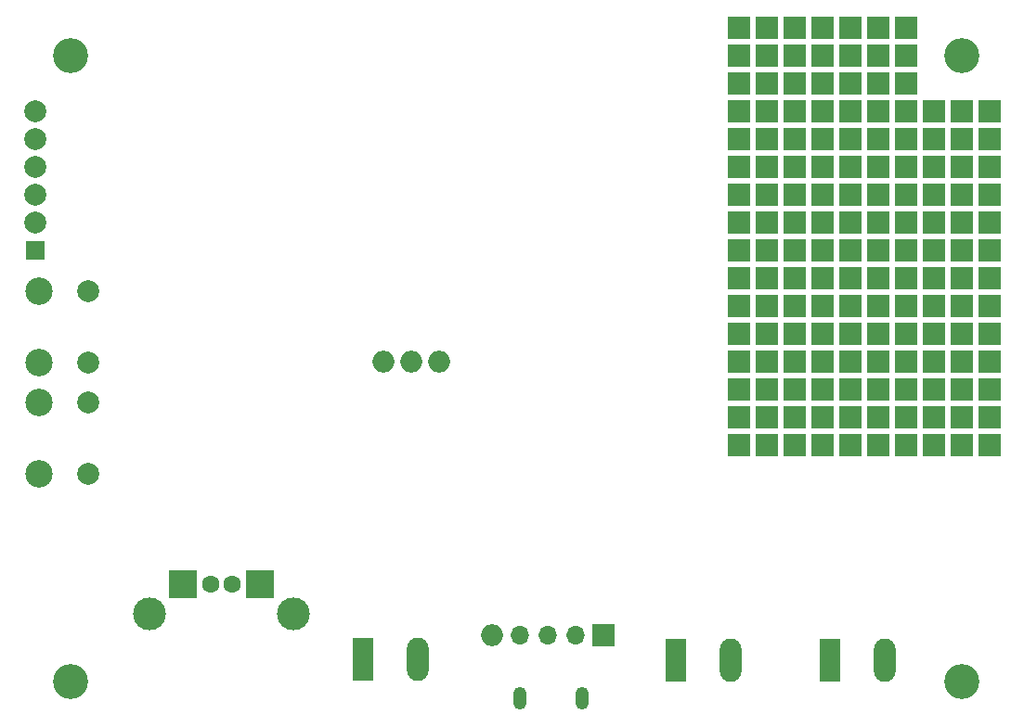
<source format=gbs>
%TF.GenerationSoftware,KiCad,Pcbnew,7.0.1*%
%TF.CreationDate,2023-04-16T19:54:37+01:00*%
%TF.ProjectId,lightweatherV3,6c696768-7477-4656-9174-68657256332e,rev?*%
%TF.SameCoordinates,Original*%
%TF.FileFunction,Soldermask,Bot*%
%TF.FilePolarity,Negative*%
%FSLAX46Y46*%
G04 Gerber Fmt 4.6, Leading zero omitted, Abs format (unit mm)*
G04 Created by KiCad (PCBNEW 7.0.1) date 2023-04-16 19:54:37*
%MOMM*%
%LPD*%
G01*
G04 APERTURE LIST*
%ADD10R,2.000000X2.000000*%
%ADD11O,1.700000X1.700000*%
%ADD12O,2.000000X2.000000*%
%ADD13R,1.980000X3.960000*%
%ADD14O,1.980000X3.960000*%
%ADD15C,2.500000*%
%ADD16C,2.000000*%
%ADD17C,3.200000*%
%ADD18O,1.200000X2.100000*%
%ADD19R,2.500000X2.500000*%
%ADD20C,1.600000*%
%ADD21C,3.000000*%
%ADD22R,1.700000X1.700000*%
G04 APERTURE END LIST*
D10*
X138176000Y-115138200D03*
D11*
X135636000Y-115138200D03*
X133096000Y-115138200D03*
X130556000Y-115138200D03*
D12*
X128016000Y-115138200D03*
D13*
X144790000Y-117370000D03*
D14*
X149790000Y-117370000D03*
D13*
X116270000Y-117360000D03*
D14*
X121270000Y-117360000D03*
D13*
X158850000Y-117370000D03*
D14*
X163850000Y-117370000D03*
D10*
X153035000Y-59690000D03*
X150495000Y-59690000D03*
X158115000Y-59690000D03*
X165735000Y-59690000D03*
X163195000Y-59690000D03*
X160655000Y-59690000D03*
X155575000Y-59690000D03*
X153035000Y-62230000D03*
X150495000Y-62230000D03*
X158115000Y-62230000D03*
X165735000Y-62230000D03*
X163195000Y-62230000D03*
X160655000Y-62230000D03*
X155575000Y-62230000D03*
X153035000Y-64770000D03*
X150495000Y-64770000D03*
X158115000Y-64770000D03*
X165735000Y-64770000D03*
X163195000Y-64770000D03*
X160655000Y-64770000D03*
X155575000Y-64770000D03*
X153035000Y-67310000D03*
X168275000Y-67310000D03*
X158115000Y-67310000D03*
X173355000Y-67310000D03*
X150495000Y-67310000D03*
X170815000Y-67310000D03*
X165735000Y-67310000D03*
X160655000Y-67310000D03*
X155575000Y-67310000D03*
X163195000Y-67310000D03*
X153035000Y-69850000D03*
X168275000Y-69850000D03*
X158115000Y-69850000D03*
X173355000Y-69850000D03*
X150495000Y-69850000D03*
X170815000Y-69850000D03*
X165735000Y-69850000D03*
X160655000Y-69850000D03*
X155575000Y-69850000D03*
X163195000Y-69850000D03*
X173355000Y-72390000D03*
X168275000Y-72390000D03*
X170815000Y-72390000D03*
X153035000Y-72390000D03*
X158115000Y-72390000D03*
X160655000Y-72390000D03*
X165735000Y-72390000D03*
X163195000Y-72390000D03*
X155575000Y-72390000D03*
X150495000Y-72390000D03*
D15*
X86650000Y-100405000D03*
X86650000Y-93905000D03*
D16*
X91150000Y-100405000D03*
X91150000Y-93905000D03*
D10*
X153035000Y-77470000D03*
X168275000Y-80010000D03*
X165735000Y-92710000D03*
X160655000Y-77470000D03*
X168275000Y-92710000D03*
X155575000Y-87630000D03*
X163195000Y-82550000D03*
X168275000Y-85090000D03*
D17*
X170815000Y-119380000D03*
D10*
X155575000Y-77470000D03*
X160655000Y-97790000D03*
X160655000Y-85090000D03*
X158115000Y-95250000D03*
X173355000Y-90170000D03*
X170815000Y-87630000D03*
X170815000Y-82550000D03*
X158115000Y-77470000D03*
X155575000Y-82550000D03*
X155575000Y-74930000D03*
X165735000Y-95250000D03*
X170815000Y-92710000D03*
X155575000Y-90170000D03*
X163195000Y-92710000D03*
X173355000Y-95250000D03*
X160655000Y-80010000D03*
X168275000Y-90170000D03*
X170815000Y-77470000D03*
X173355000Y-92710000D03*
X158115000Y-85090000D03*
X153035000Y-74930000D03*
D17*
X89535000Y-119380000D03*
D10*
X173355000Y-87630000D03*
X163195000Y-95250000D03*
X165735000Y-77470000D03*
X155575000Y-97790000D03*
X165735000Y-85090000D03*
X165735000Y-97790000D03*
X173355000Y-82550000D03*
X163195000Y-87630000D03*
X150495000Y-97790000D03*
X150495000Y-95250000D03*
X150495000Y-92710000D03*
X150495000Y-90170000D03*
X150495000Y-87630000D03*
X150495000Y-85090000D03*
X150495000Y-82550000D03*
X150495000Y-80010000D03*
X150495000Y-77470000D03*
X150495000Y-74930000D03*
X168275000Y-87630000D03*
X173355000Y-80010000D03*
X173355000Y-97790000D03*
X160655000Y-92710000D03*
X153035000Y-85090000D03*
X170815000Y-80010000D03*
X165735000Y-87630000D03*
X160655000Y-74930000D03*
X155575000Y-95250000D03*
D18*
X136180000Y-120870000D03*
X130520000Y-120870000D03*
D10*
X160655000Y-87630000D03*
X155575000Y-80010000D03*
X153035000Y-95250000D03*
X168275000Y-74930000D03*
X163195000Y-85090000D03*
X165735000Y-80010000D03*
X153035000Y-87630000D03*
D17*
X170815000Y-62230000D03*
D10*
X170815000Y-74930000D03*
X158115000Y-90170000D03*
X165735000Y-82550000D03*
X163195000Y-80010000D03*
D12*
X118125000Y-90170000D03*
X120665000Y-90170000D03*
X123205000Y-90170000D03*
D10*
X155575000Y-85090000D03*
X173355000Y-74930000D03*
X153035000Y-82550000D03*
X153035000Y-92710000D03*
X160655000Y-82550000D03*
X163195000Y-90170000D03*
X168275000Y-77470000D03*
D15*
X86650000Y-90245000D03*
X86650000Y-83745000D03*
D16*
X91150000Y-90245000D03*
X91150000Y-83745000D03*
D10*
X158115000Y-82550000D03*
X165735000Y-74930000D03*
X153035000Y-80010000D03*
X168275000Y-97790000D03*
X163195000Y-97790000D03*
X158115000Y-80010000D03*
X163195000Y-74930000D03*
X173355000Y-77470000D03*
X158115000Y-87630000D03*
D19*
X99822000Y-110490000D03*
D20*
X102322000Y-110490000D03*
X104322000Y-110490000D03*
D19*
X106822000Y-110490000D03*
D21*
X96752000Y-113200000D03*
X109892000Y-113200000D03*
D10*
X158115000Y-97790000D03*
X168275000Y-82550000D03*
X158115000Y-92710000D03*
X173355000Y-85090000D03*
D17*
X89535000Y-62230000D03*
D10*
X170815000Y-90170000D03*
X160655000Y-95250000D03*
X170815000Y-95250000D03*
X153035000Y-90170000D03*
X170815000Y-97790000D03*
X170815000Y-85090000D03*
X165735000Y-90170000D03*
X163195000Y-77470000D03*
X168275000Y-95250000D03*
X155575000Y-92710000D03*
X160655000Y-90170000D03*
X158115000Y-74930000D03*
X153035000Y-97790000D03*
D22*
X86360000Y-80010000D03*
D16*
X86360000Y-77470000D03*
X86360000Y-74930000D03*
X86360000Y-72390000D03*
X86360000Y-69850000D03*
X86360000Y-67310000D03*
M02*

</source>
